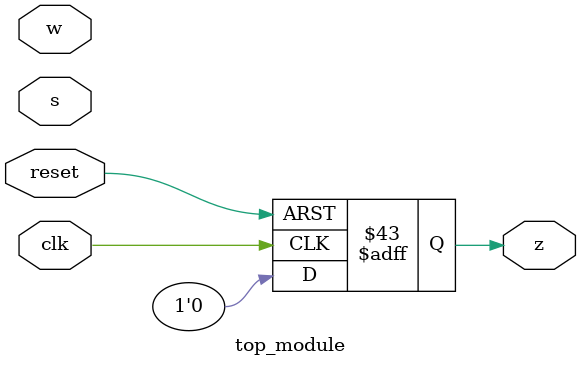
<source format=sv>
module top_module (
    input clk,
    input reset,
    input s,
    input w,
    output reg z
);

reg [3:0] state;
parameter A = 4'd0, B = 4'd1, C = 4'd2, S10 = 4'd3, S11 = 4'd4, S20 = 4'd5, S21 = 4'd6, S22 = 4'd7;

always @(posedge clk or negedge reset) begin
    if (~reset) begin
        state <= A;
        z <= 1'b0;
    end
    else begin
        case (state)
            A: begin
                if (s) begin
                    state <= B;
                end
                else begin
                    state <= A;
                end
                z <= 1'b0;
            end
            B: begin
                if (w) begin
                    state <= S11;
                end
                else begin
                    state <= S10;
                end
                z <= 1'b0;
            end
            C: begin
                if (w) begin
                    state <= S11;
                end
                else begin
                    state <= S10;
                end
                z <= 1'b0;
            end
            S10: begin
                if (w) begin
                    state <= S21;
                end
                else begin
                    state <= S20;
                end
                z <= 1'b0;
            end
            S11: begin
                if (w) begin
                    state <= S22;
                end
                else begin
                    state <= S21;
                end
                z <= 1'b0;
            end
            S20: begin
                state <= B;
                z <= 1'b0;
            end
            S21: begin
                if (w) begin
                    state <= C;
                end
                else begin
                    state <= B;
                end
                z <= 1'b0;
            end
            S22: begin
                if (w) begin
                    state <= B;
                end
                else begin
                    state <= C;
                end
                z <= 1'b0;
            end
            default: begin
                state <= A;
                z <= 1'b0;
            end
        endcase
    end
end

endmodule

</source>
